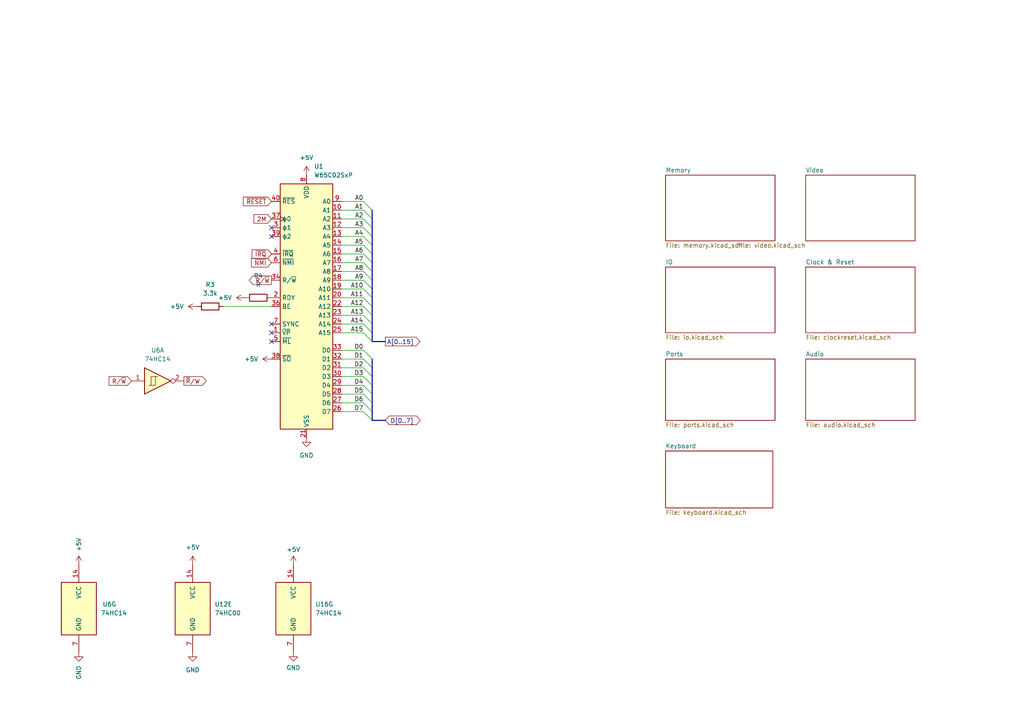
<source format=kicad_sch>
(kicad_sch (version 20230121) (generator eeschema)
  (paper "A4")
  (title_block (title "ʕ·ᴥ·ʔ-GEORGE"))
  (lib_symbols
    (symbol "65xx-library:W65C02SxP"
      (property "Reference" "U" (at 2.54 40.64 0))
      (property "Value" "W65C02SxP" (at 2.54 38.1 0))
      (symbol "W65C02SxP_0_1"
        (rectangle (start -7.62 35.56) (end 7.62 -35.56) (stroke (width 0.254)) (fill (type background)))
      )
      (symbol "W65C02SxP_1_1"
        (pin output line (at -10.16 -7.62 0) (length 2.54) (name "~{VP}") (number "1"))
        (pin tri_state line (at 10.16 27.94 180) (length 2.54) (name "A1") (number "10"))
        (pin tri_state line (at 10.16 25.4 180) (length 2.54) (name "A2") (number "11"))
        (pin tri_state line (at 10.16 22.86 180) (length 2.54) (name "A3") (number "12"))
        (pin tri_state line (at 10.16 20.32 180) (length 2.54) (name "A4") (number "13"))
        (pin tri_state line (at 10.16 17.78 180) (length 2.54) (name "A5") (number "14"))
        (pin tri_state line (at 10.16 15.24 180) (length 2.54) (name "A6") (number "15"))
        (pin tri_state line (at 10.16 12.7 180) (length 2.54) (name "A7") (number "16"))
        (pin tri_state line (at 10.16 10.16 180) (length 2.54) (name "A8") (number "17"))
        (pin tri_state line (at 10.16 7.62 180) (length 2.54) (name "A9") (number "18"))
        (pin tri_state line (at 10.16 5.08 180) (length 2.54) (name "A10") (number "19"))
        (pin open_collector line (at -10.16 2.54 0) (length 2.54) (name "RDY") (number "2"))
        (pin tri_state line (at 10.16 2.54 180) (length 2.54) (name "A11") (number "20"))
        (pin power_in line (at 0 -38.1 90) (length 2.54) (name "VSS") (number "21"))
        (pin tri_state line (at 10.16 0 180) (length 2.54) (name "A12") (number "22"))
        (pin tri_state line (at 10.16 -2.54 180) (length 2.54) (name "A13") (number "23"))
        (pin tri_state line (at 10.16 -5.08 180) (length 2.54) (name "A14") (number "24"))
        (pin tri_state line (at 10.16 -7.62 180) (length 2.54) (name "A15") (number "25"))
        (pin bidirectional line (at 10.16 -30.48 180) (length 2.54) (name "D7") (number "26"))
        (pin bidirectional line (at 10.16 -27.94 180) (length 2.54) (name "D6") (number "27"))
        (pin bidirectional line (at 10.16 -25.4 180) (length 2.54) (name "D5") (number "28"))
        (pin bidirectional line (at 10.16 -22.86 180) (length 2.54) (name "D4") (number "29"))
        (pin output line (at -10.16 22.86 0) (length 2.54) (name "ϕ1") (number "3"))
        (pin bidirectional line (at 10.16 -20.32 180) (length 2.54) (name "D3") (number "30"))
        (pin bidirectional line (at 10.16 -17.78 180) (length 2.54) (name "D2") (number "31"))
        (pin bidirectional line (at 10.16 -15.24 180) (length 2.54) (name "D1") (number "32"))
        (pin bidirectional line (at 10.16 -12.7 180) (length 2.54) (name "D0") (number "33"))
        (pin tri_state line (at -10.16 7.62 0) (length 2.54) (name "R/~{W}") (number "34"))
        (pin no_connect non_logic (at -7.62 -30.48 0) (length 2.54) hide (name "nc") (number "35"))
        (pin input line (at -10.16 0 0) (length 2.54) (name "BE") (number "36"))
        (pin input clock (at -10.16 25.4 0) (length 2.54) (name "ϕ0") (number "37"))
        (pin input line (at -10.16 -15.24 0) (length 2.54) (name "~{SO}") (number "38"))
        (pin output line (at -10.16 20.32 0) (length 2.54) (name "ϕ2") (number "39"))
        (pin input line (at -10.16 15.24 0) (length 2.54) (name "~{IRQ}") (number "4"))
        (pin input line (at -10.16 30.48 0) (length 2.54) (name "~{RES}") (number "40"))
        (pin output line (at -10.16 -10.16 0) (length 2.54) (name "~{ML}") (number "5"))
        (pin input line (at -10.16 12.7 0) (length 2.54) (name "~{NMI}") (number "6"))
        (pin output line (at -10.16 -5.08 0) (length 2.54) (name "SYNC") (number "7"))
        (pin power_in line (at 0 38.1 270) (length 2.54) (name "VDD") (number "8"))
        (pin tri_state line (at 10.16 30.48 180) (length 2.54) (name "A0") (number "9"))
      )
    )
    (symbol "74xx:74HC00" (pin_names (offset 1.016))
      (property "Reference" "U" (at 0 1.27 0))
      (property "Value" "74HC00" (at 0 -1.27 0))
      (symbol "74HC00_1_1"
        (arc (start 0 -3.81) (mid 3.7934 0) (end 0 3.81) (stroke (width 0.254)) (fill (type background)))
        (polyline (pts (xy 0 3.81) (xy -3.81 3.81) (xy -3.81 -3.81) (xy 0 -3.81)) (stroke (width 0.254)) (fill (type background)))
        (pin input line (at -7.62 2.54 0) (length 3.81) (name "~") (number "1"))
        (pin input line (at -7.62 -2.54 0) (length 3.81) (name "~") (number "2"))
        (pin output inverted (at 7.62 0 180) (length 3.81) (name "~") (number "3"))
      )
      (symbol "74HC00_1_2"
        (arc (start -3.81 -3.81) (mid -2.589 0) (end -3.81 3.81) (stroke (width 0.254)))
        (arc (start -0.6096 -3.81) (mid 2.1842 -2.5851) (end 3.81 0) (stroke (width 0.254)) (fill (type background)))
        (polyline (pts (xy -3.81 -3.81) (xy -0.635 -3.81)) (stroke (width 0.254)) (fill (type background)))
        (polyline (pts (xy -3.81 3.81) (xy -0.635 3.81)) (stroke (width 0.254)) (fill (type background)))
        (polyline (pts (xy -0.635 3.81) (xy -3.81 3.81) (xy -3.81 3.81) (xy -3.556 3.4036) (xy -3.0226 2.2606) (xy -2.6924 1.0414) (xy -2.6162 -0.254) (xy -2.7686 -1.4986) (xy -3.175 -2.7178) (xy -3.81 -3.81) (xy -3.81 -3.81) (xy -0.635 -3.81)) (stroke (width -25.4)) (fill (type background)))
        (arc (start 3.81 0) (mid 2.1915 2.5936) (end -0.6096 3.81) (stroke (width 0.254)) (fill (type background)))
        (pin input inverted (at -7.62 2.54 0) (length 4.318) (name "~") (number "1"))
        (pin input inverted (at -7.62 -2.54 0) (length 4.318) (name "~") (number "2"))
        (pin output line (at 7.62 0 180) (length 3.81) (name "~") (number "3"))
      )
      (symbol "74HC00_2_1"
        (arc (start 0 -3.81) (mid 3.7934 0) (end 0 3.81) (stroke (width 0.254)) (fill (type background)))
        (polyline (pts (xy 0 3.81) (xy -3.81 3.81) (xy -3.81 -3.81) (xy 0 -3.81)) (stroke (width 0.254)) (fill (type background)))
        (pin input line (at -7.62 2.54 0) (length 3.81) (name "~") (number "4"))
        (pin input line (at -7.62 -2.54 0) (length 3.81) (name "~") (number "5"))
        (pin output inverted (at 7.62 0 180) (length 3.81) (name "~") (number "6"))
      )
      (symbol "74HC00_2_2"
        (arc (start -3.81 -3.81) (mid -2.589 0) (end -3.81 3.81) (stroke (width 0.254)))
        (arc (start -0.6096 -3.81) (mid 2.1842 -2.5851) (end 3.81 0) (stroke (width 0.254)) (fill (type background)))
        (polyline (pts (xy -3.81 -3.81) (xy -0.635 -3.81)) (stroke (width 0.254)) (fill (type background)))
        (polyline (pts (xy -3.81 3.81) (xy -0.635 3.81)) (stroke (width 0.254)) (fill (type background)))
        (polyline (pts (xy -0.635 3.81) (xy -3.81 3.81) (xy -3.81 3.81) (xy -3.556 3.4036) (xy -3.0226 2.2606) (xy -2.6924 1.0414) (xy -2.6162 -0.254) (xy -2.7686 -1.4986) (xy -3.175 -2.7178) (xy -3.81 -3.81) (xy -3.81 -3.81) (xy -0.635 -3.81)) (stroke (width -25.4)) (fill (type background)))
        (arc (start 3.81 0) (mid 2.1915 2.5936) (end -0.6096 3.81) (stroke (width 0.254)) (fill (type background)))
        (pin input inverted (at -7.62 2.54 0) (length 4.318) (name "~") (number "4"))
        (pin input inverted (at -7.62 -2.54 0) (length 4.318) (name "~") (number "5"))
        (pin output line (at 7.62 0 180) (length 3.81) (name "~") (number "6"))
      )
      (symbol "74HC00_3_1"
        (arc (start 0 -3.81) (mid 3.7934 0) (end 0 3.81) (stroke (width 0.254)) (fill (type background)))
        (polyline (pts (xy 0 3.81) (xy -3.81 3.81) (xy -3.81 -3.81) (xy 0 -3.81)) (stroke (width 0.254)) (fill (type background)))
        (pin input line (at -7.62 -2.54 0) (length 3.81) (name "~") (number "10"))
        (pin output inverted (at 7.62 0 180) (length 3.81) (name "~") (number "8"))
        (pin input line (at -7.62 2.54 0) (length 3.81) (name "~") (number "9"))
      )
      (symbol "74HC00_3_2"
        (arc (start -3.81 -3.81) (mid -2.589 0) (end -3.81 3.81) (stroke (width 0.254)))
        (arc (start -0.6096 -3.81) (mid 2.1842 -2.5851) (end 3.81 0) (stroke (width 0.254)) (fill (type background)))
        (polyline (pts (xy -3.81 -3.81) (xy -0.635 -3.81)) (stroke (width 0.254)) (fill (type background)))
        (polyline (pts (xy -3.81 3.81) (xy -0.635 3.81)) (stroke (width 0.254)) (fill (type background)))
        (polyline (pts (xy -0.635 3.81) (xy -3.81 3.81) (xy -3.81 3.81) (xy -3.556 3.4036) (xy -3.0226 2.2606) (xy -2.6924 1.0414) (xy -2.6162 -0.254) (xy -2.7686 -1.4986) (xy -3.175 -2.7178) (xy -3.81 -3.81) (xy -3.81 -3.81) (xy -0.635 -3.81)) (stroke (width -25.4)) (fill (type background)))
        (arc (start 3.81 0) (mid 2.1915 2.5936) (end -0.6096 3.81) (stroke (width 0.254)) (fill (type background)))
        (pin input inverted (at -7.62 -2.54 0) (length 4.318) (name "~") (number "10"))
        (pin output line (at 7.62 0 180) (length 3.81) (name "~") (number "8"))
        (pin input inverted (at -7.62 2.54 0) (length 4.318) (name "~") (number "9"))
      )
      (symbol "74HC00_4_1"
        (arc (start 0 -3.81) (mid 3.7934 0) (end 0 3.81) (stroke (width 0.254)) (fill (type background)))
        (polyline (pts (xy 0 3.81) (xy -3.81 3.81) (xy -3.81 -3.81) (xy 0 -3.81)) (stroke (width 0.254)) (fill (type background)))
        (pin output inverted (at 7.62 0 180) (length 3.81) (name "~") (number "11"))
        (pin input line (at -7.62 2.54 0) (length 3.81) (name "~") (number "12"))
        (pin input line (at -7.62 -2.54 0) (length 3.81) (name "~") (number "13"))
      )
      (symbol "74HC00_4_2"
        (arc (start -3.81 -3.81) (mid -2.589 0) (end -3.81 3.81) (stroke (width 0.254)))
        (arc (start -0.6096 -3.81) (mid 2.1842 -2.5851) (end 3.81 0) (stroke (width 0.254)) (fill (type background)))
        (polyline (pts (xy -3.81 -3.81) (xy -0.635 -3.81)) (stroke (width 0.254)) (fill (type background)))
        (polyline (pts (xy -3.81 3.81) (xy -0.635 3.81)) (stroke (width 0.254)) (fill (type background)))
        (polyline (pts (xy -0.635 3.81) (xy -3.81 3.81) (xy -3.81 3.81) (xy -3.556 3.4036) (xy -3.0226 2.2606) (xy -2.6924 1.0414) (xy -2.6162 -0.254) (xy -2.7686 -1.4986) (xy -3.175 -2.7178) (xy -3.81 -3.81) (xy -3.81 -3.81) (xy -0.635 -3.81)) (stroke (width -25.4)) (fill (type background)))
        (arc (start 3.81 0) (mid 2.1915 2.5936) (end -0.6096 3.81) (stroke (width 0.254)) (fill (type background)))
        (pin output line (at 7.62 0 180) (length 3.81) (name "~") (number "11"))
        (pin input inverted (at -7.62 2.54 0) (length 4.318) (name "~") (number "12"))
        (pin input inverted (at -7.62 -2.54 0) (length 4.318) (name "~") (number "13"))
      )
      (symbol "74HC00_5_0"
        (pin power_in line (at 0 12.7 270) (length 5.08) (name "VCC") (number "14"))
        (pin power_in line (at 0 -12.7 90) (length 5.08) (name "GND") (number "7"))
      )
      (symbol "74HC00_5_1"
        (rectangle (start -5.08 7.62) (end 5.08 -7.62) (stroke (width 0.254)) (fill (type background)))
      )
    )
    (symbol "74xx:74HC14" (pin_names (offset 1.016))
      (property "Reference" "U" (at 0 1.27 0))
      (property "Value" "74HC14" (at 0 -1.27 0))
      (symbol "74HC14_1_0"
        (polyline (pts (xy -3.81 3.81) (xy -3.81 -3.81) (xy 3.81 0) (xy -3.81 3.81)) (stroke (width 0.254)) (fill (type background)))
        (pin input line (at -7.62 0 0) (length 3.81) (name "~") (number "1"))
        (pin output inverted (at 7.62 0 180) (length 3.81) (name "~") (number "2"))
      )
      (symbol "74HC14_1_1"
        (polyline (pts (xy -1.905 -1.27) (xy -1.905 1.27) (xy -0.635 1.27)))
        (polyline (pts (xy -2.54 -1.27) (xy -0.635 -1.27) (xy -0.635 1.27) (xy 0 1.27)))
      )
      (symbol "74HC14_2_0"
        (polyline (pts (xy -3.81 3.81) (xy -3.81 -3.81) (xy 3.81 0) (xy -3.81 3.81)) (stroke (width 0.254)) (fill (type background)))
        (pin input line (at -7.62 0 0) (length 3.81) (name "~") (number "3"))
        (pin output inverted (at 7.62 0 180) (length 3.81) (name "~") (number "4"))
      )
      (symbol "74HC14_2_1"
        (polyline (pts (xy -1.905 -1.27) (xy -1.905 1.27) (xy -0.635 1.27)))
        (polyline (pts (xy -2.54 -1.27) (xy -0.635 -1.27) (xy -0.635 1.27) (xy 0 1.27)))
      )
      (symbol "74HC14_3_0"
        (polyline (pts (xy -3.81 3.81) (xy -3.81 -3.81) (xy 3.81 0) (xy -3.81 3.81)) (stroke (width 0.254)) (fill (type background)))
        (pin input line (at -7.62 0 0) (length 3.81) (name "~") (number "5"))
        (pin output inverted (at 7.62 0 180) (length 3.81) (name "~") (number "6"))
      )
      (symbol "74HC14_3_1"
        (polyline (pts (xy -1.905 -1.27) (xy -1.905 1.27) (xy -0.635 1.27)))
        (polyline (pts (xy -2.54 -1.27) (xy -0.635 -1.27) (xy -0.635 1.27) (xy 0 1.27)))
      )
      (symbol "74HC14_4_0"
        (polyline (pts (xy -3.81 3.81) (xy -3.81 -3.81) (xy 3.81 0) (xy -3.81 3.81)) (stroke (width 0.254)) (fill (type background)))
        (pin output inverted (at 7.62 0 180) (length 3.81) (name "~") (number "8"))
        (pin input line (at -7.62 0 0) (length 3.81) (name "~") (number "9"))
      )
      (symbol "74HC14_4_1"
        (polyline (pts (xy -1.905 -1.27) (xy -1.905 1.27) (xy -0.635 1.27)))
        (polyline (pts (xy -2.54 -1.27) (xy -0.635 -1.27) (xy -0.635 1.27) (xy 0 1.27)))
      )
      (symbol "74HC14_5_0"
        (polyline (pts (xy -3.81 3.81) (xy -3.81 -3.81) (xy 3.81 0) (xy -3.81 3.81)) (stroke (width 0.254)) (fill (type background)))
        (pin output inverted (at 7.62 0 180) (length 3.81) (name "~") (number "10"))
        (pin input line (at -7.62 0 0) (length 3.81) (name "~") (number "11"))
      )
      (symbol "74HC14_5_1"
        (polyline (pts (xy -1.905 -1.27) (xy -1.905 1.27) (xy -0.635 1.27)))
        (polyline (pts (xy -2.54 -1.27) (xy -0.635 -1.27) (xy -0.635 1.27) (xy 0 1.27)))
      )
      (symbol "74HC14_6_0"
        (polyline (pts (xy -3.81 3.81) (xy -3.81 -3.81) (xy 3.81 0) (xy -3.81 3.81)) (stroke (width 0.254)) (fill (type background)))
        (pin output inverted (at 7.62 0 180) (length 3.81) (name "~") (number "12"))
        (pin input line (at -7.62 0 0) (length 3.81) (name "~") (number "13"))
      )
      (symbol "74HC14_6_1"
        (polyline (pts (xy -1.905 -1.27) (xy -1.905 1.27) (xy -0.635 1.27)))
        (polyline (pts (xy -2.54 -1.27) (xy -0.635 -1.27) (xy -0.635 1.27) (xy 0 1.27)))
      )
      (symbol "74HC14_7_0"
        (pin power_in line (at 0 12.7 270) (length 5.08) (name "VCC") (number "14"))
        (pin power_in line (at 0 -12.7 90) (length 5.08) (name "GND") (number "7"))
      )
      (symbol "74HC14_7_1"
        (rectangle (start -5.08 7.62) (end 5.08 -7.62) (stroke (width 0.254)) (fill (type background)))
      )
    )
    (symbol "kitty:R" (pin_numbers hide) (pin_names (offset 0))
      (property "Reference" "R" (at 2.032 0 90))
      (property "Value" "R" (at 0 0 90))
      (symbol "R_0_1"
        (rectangle (start -1.016 -2.54) (end 1.016 2.54) (stroke (width 0.254)))
      )
      (symbol "R_1_1"
        (pin passive line (at 0 3.81 270) (length 1.27) (name "~") (number "1"))
        (pin passive line (at 0 -3.81 90) (length 1.27) (name "~") (number "2"))
      )
    )
    (symbol "power:+5V" (power) (pin_names (offset 0))
      (property "Value" "+5V" (at 0 3.556 0))
      (symbol "+5V_0_1"
        (polyline (pts (xy -0.762 1.27) (xy 0 2.54)))
        (polyline (pts (xy 0 0) (xy 0 2.54)))
        (polyline (pts (xy 0 2.54) (xy 0.762 1.27)))
      )
      (symbol "+5V_1_1"
        (pin power_in line (at 0 0 90) (length 0) hide (name "+5V") (number "1"))
      )
    )
    (symbol "power:GND" (power) (pin_names (offset 0))
      (property "Value" "GND" (at 0 -3.81 0))
      (symbol "GND_0_1"
        (polyline (pts (xy 0 0) (xy 0 -1.27) (xy 1.27 -1.27) (xy 0 -2.54) (xy -1.27 -1.27) (xy 0 -1.27)))
      )
      (symbol "GND_1_1"
        (pin power_in line (at 0 0 270) (length 0) hide (name "GND") (number "1"))
      )
    )
  )
  (no_connect (at 78.74 96.52))
  (no_connect (at 78.74 68.58))
  (no_connect (at 78.74 93.98))
  (no_connect (at 78.74 99.06))
  (no_connect (at 78.74 66.04))
  (bus_entry (at 107.95 106.68) (size -2.54 -2.54))
  (bus_entry (at 107.95 96.52) (size -2.54 -2.54))
  (bus_entry (at 107.95 63.5) (size -2.54 -2.54))
  (bus_entry (at 107.95 71.12) (size -2.54 -2.54))
  (bus_entry (at 107.95 78.74) (size -2.54 -2.54))
  (bus_entry (at 107.95 91.44) (size -2.54 -2.54))
  (bus_entry (at 107.95 99.06) (size -2.54 -2.54))
  (bus_entry (at 107.95 109.22) (size -2.54 -2.54))
  (bus_entry (at 107.95 116.84) (size -2.54 -2.54))
  (bus_entry (at 107.95 66.04) (size -2.54 -2.54))
  (bus_entry (at 107.95 76.2) (size -2.54 -2.54))
  (bus_entry (at 107.95 104.14) (size -2.54 -2.54))
  (bus_entry (at 107.95 73.66) (size -2.54 -2.54))
  (bus_entry (at 107.95 93.98) (size -2.54 -2.54))
  (bus_entry (at 107.95 68.58) (size -2.54 -2.54))
  (bus_entry (at 107.95 60.96) (size -2.54 -2.54))
  (bus_entry (at 107.95 81.28) (size -2.54 -2.54))
  (bus_entry (at 107.95 83.82) (size -2.54 -2.54))
  (bus_entry (at 107.95 111.76) (size -2.54 -2.54))
  (bus_entry (at 107.95 86.36) (size -2.54 -2.54))
  (bus_entry (at 107.95 119.38) (size -2.54 -2.54))
  (bus_entry (at 107.95 114.3) (size -2.54 -2.54))
  (bus_entry (at 107.95 121.92) (size -2.54 -2.54))
  (bus_entry (at 107.95 88.9) (size -2.54 -2.54))
  (bus (pts (xy 107.95 66.04) (xy 107.95 68.58)))
  (bus (pts (xy 107.95 111.76) (xy 107.95 114.3)))
  (wire (pts (xy 64.77 88.9) (xy 78.74 88.9)))
  (bus (pts (xy 107.95 60.96) (xy 107.95 63.5)))
  (wire (pts (xy 99.06 71.12) (xy 105.41 71.12)))
  (wire (pts (xy 99.06 58.42) (xy 105.41 58.42)))
  (bus (pts (xy 107.95 86.36) (xy 107.95 88.9)))
  (wire (pts (xy 99.06 91.44) (xy 105.41 91.44)))
  (wire (pts (xy 99.06 73.66) (xy 105.41 73.66)))
  (wire (pts (xy 99.06 88.9) (xy 105.41 88.9)))
  (bus (pts (xy 107.95 109.22) (xy 107.95 111.76)))
  (wire (pts (xy 99.06 83.82) (xy 105.41 83.82)))
  (bus (pts (xy 107.95 121.92) (xy 111.76 121.92)))
  (bus (pts (xy 107.95 63.5) (xy 107.95 66.04)))
  (wire (pts (xy 99.06 81.28) (xy 105.41 81.28)))
  (bus (pts (xy 107.95 71.12) (xy 107.95 73.66)))
  (bus (pts (xy 107.95 88.9) (xy 107.95 91.44)))
  (bus (pts (xy 107.95 91.44) (xy 107.95 93.98)))
  (wire (pts (xy 99.06 68.58) (xy 105.41 68.58)))
  (wire (pts (xy 99.06 86.36) (xy 105.41 86.36)))
  (bus (pts (xy 107.95 114.3) (xy 107.95 116.84)))
  (wire (pts (xy 99.06 96.52) (xy 105.41 96.52)))
  (wire (pts (xy 99.06 76.2) (xy 105.41 76.2)))
  (bus (pts (xy 107.95 81.28) (xy 107.95 83.82)))
  (wire (pts (xy 99.06 114.3) (xy 105.41 114.3)))
  (bus (pts (xy 107.95 83.82) (xy 107.95 86.36)))
  (bus (pts (xy 107.95 96.52) (xy 107.95 99.06)))
  (wire (pts (xy 99.06 109.22) (xy 105.41 109.22)))
  (bus (pts (xy 107.95 78.74) (xy 107.95 81.28)))
  (bus (pts (xy 107.95 73.66) (xy 107.95 76.2)))
  (wire (pts (xy 99.06 60.96) (xy 105.41 60.96)))
  (wire (pts (xy 99.06 66.04) (xy 105.41 66.04)))
  (bus (pts (xy 107.95 119.38) (xy 107.95 121.92)))
  (wire (pts (xy 99.06 119.38) (xy 105.41 119.38)))
  (wire (pts (xy 99.06 78.74) (xy 105.41 78.74)))
  (bus (pts (xy 107.95 76.2) (xy 107.95 78.74)))
  (wire (pts (xy 99.06 63.5) (xy 105.41 63.5)))
  (wire (pts (xy 99.06 104.14) (xy 105.41 104.14)))
  (bus (pts (xy 107.95 104.14) (xy 107.95 106.68)))
  (bus (pts (xy 107.95 99.06) (xy 111.76 99.06)))
  (wire (pts (xy 99.06 106.68) (xy 105.41 106.68)))
  (bus (pts (xy 107.95 116.84) (xy 107.95 119.38)))
  (bus (pts (xy 107.95 68.58) (xy 107.95 71.12)))
  (bus (pts (xy 107.95 106.68) (xy 107.95 109.22)))
  (wire (pts (xy 99.06 93.98) (xy 105.41 93.98)))
  (wire (pts (xy 99.06 111.76) (xy 105.41 111.76)))
  (wire (pts (xy 99.06 116.84) (xy 105.41 116.84)))
  (bus (pts (xy 107.95 93.98) (xy 107.95 96.52)))
  (wire (pts (xy 99.06 101.6) (xy 105.41 101.6)))
  (label "A4" (at 105.41 68.58 180))
  (label "D2" (at 105.41 106.68 180))
  (label "A8" (at 105.41 78.74 180))
  (label "A14" (at 105.41 93.98 180))
  (label "D7" (at 105.41 119.38 180))
  (label "A11" (at 105.41 86.36 180))
  (label "A0" (at 105.41 58.42 180))
  (label "A13" (at 105.41 91.44 180))
  (label "A7" (at 105.41 76.2 180))
  (label "D3" (at 105.41 109.22 180))
  (label "A12" (at 105.41 88.9 180))
  (label "D0" (at 105.41 101.6 180))
  (label "D4" (at 105.41 111.76 180))
  (label "A10" (at 105.41 83.82 180))
  (label "A15" (at 105.41 96.52 180))
  (label "D6" (at 105.41 116.84 180))
  (label "A9" (at 105.41 81.28 180))
  (label "A1" (at 105.41 60.96 180))
  (label "A3" (at 105.41 66.04 180))
  (label "A2" (at 105.41 63.5 180))
  (label "D5" (at 105.41 114.3 180))
  (label "D1" (at 105.41 104.14 180))
  (label "A6" (at 105.41 73.66 180))
  (label "A5" (at 105.41 71.12 180))
  (global_label "~{IRQ}" (shape input) (at 78.74 73.66 180) (property "Intersheetrefs" "${INTERSHEET_REFS}" (effects hide)))
  (global_label "2M" (shape input) (at 78.74 63.5 180) (property "Intersheetrefs" "${INTERSHEET_REFS}" (effects hide)))
  (global_label "R{slash}~{W}" (shape input) (at 38.1 110.49 180) (property "Intersheetrefs" "${INTERSHEET_REFS}" (effects hide)))
  (global_label "~{RESET}" (shape input) (at 78.74 58.42 180) (property "Intersheetrefs" "${INTERSHEET_REFS}" (effects hide)))
  (global_label "~{R}{slash}W" (shape output) (at 53.34 110.49 0) (property "Intersheetrefs" "${INTERSHEET_REFS}" (effects hide)))
  (global_label "D[0..7]" (shape bidirectional) (at 111.76 121.92 0) (property "Intersheetrefs" "${INTERSHEET_REFS}" (effects hide)))
  (global_label "A[0..15]" (shape output) (at 111.76 99.06 0) (property "Intersheetrefs" "${INTERSHEET_REFS}" (effects hide)))
  (global_label "~{NMI}" (shape input) (at 78.74 76.2 180) (property "Intersheetrefs" "${INTERSHEET_REFS}" (effects hide)))
  (global_label "R{slash}~{W}" (shape output) (at 78.74 81.28 180) (property "Intersheetrefs" "${INTERSHEET_REFS}" (effects hide)))
  (symbol (lib_id "power:+5V") (at 22.86 163.83 0) (unit 1)
    (property "Reference" "#PWR013" (effects hide))
    (property "Value" "+5V" (at 22.86 160.02 90) (effects (justify left)))
  )
  (symbol (lib_id "74xx:74HC14") (at 45.72 110.49 0) (unit 1)
    (property "Reference" "U6" (at 45.72 101.6 0))
    (property "Value" "74HC14" (at 45.72 104.14 0))
    (property "Datasheet" "http://www.ti.com/lit/gpn/sn74HC14" (effects hide))
  )
  (symbol (lib_id "power:+5V") (at 85.09 163.83 0) (unit 1)
    (property "Reference" "#PWR035" (effects hide))
    (property "Value" "+5V" (at 85.09 159.385 0))
  )
  (symbol (lib_id "power:GND") (at 85.09 189.23 0) (unit 1)
    (property "Reference" "#PWR036" (effects hide))
    (property "Value" "GND" (at 85.09 193.675 0))
  )
  (symbol (lib_id "power:+5V") (at 57.15 88.9 90) (unit 1)
    (property "Reference" "#PWR023" (effects hide))
    (property "Value" "+5V" (at 53.34 88.9 90) (effects (justify left)))
  )
  (symbol (lib_id "power:+5V") (at 71.12 86.36 90) (unit 1)
    (property "Reference" "#PWR025" (effects hide))
    (property "Value" "+5V" (at 67.31 86.36 90) (effects (justify left)))
  )
  (symbol (lib_id "power:+5V") (at 88.9 50.8 0) (unit 1)
    (property "Reference" "#PWR08" (effects hide))
    (property "Value" "+5V" (at 88.9 45.72 0))
  )
  (symbol (lib_id "power:GND") (at 22.86 189.23 0) (unit 1)
    (property "Reference" "#PWR014" (effects hide))
    (property "Value" "GND" (at 22.86 193.04 90) (effects (justify right)))
  )
  (symbol (lib_id "power:GND") (at 55.88 189.23 0) (unit 1)
    (property "Reference" "#PWR022" (effects hide))
    (property "Value" "GND" (at 55.88 194.31 0))
  )
  (symbol (lib_id "65xx-library:W65C02SxP") (at 88.9 88.9 0) (unit 1)
    (property "Reference" "U1" (at 91.0941 48.26 0) (effects (justify left)))
    (property "Value" "W65C02SxP" (at 91.0941 50.8 0) (effects (justify left)))
    (property "Footprint" "Package_LCC:PLCC-44_THT-Socket" (effects hide))
    (property "Datasheet" "http://www.westerndesigncenter.com/wdc/documentation/w65c02s.pdf" (effects hide))
  )
  (symbol (lib_id "power:GND") (at 88.9 127 0) (unit 1)
    (property "Reference" "#PWR09" (effects hide))
    (property "Value" "GND" (at 88.9 132.08 0))
  )
  (symbol (lib_id "kitty:R") (at 74.93 86.36 90) (unit 1)
    (property "Reference" "R4" (at 74.93 80.01 90))
    (property "Value" "R" (at 74.93 82.55 90))
  )
  (symbol (lib_id "power:+5V") (at 78.74 104.14 90) (unit 1)
    (property "Reference" "#PWR024" (effects hide))
    (property "Value" "+5V" (at 74.93 104.14 90) (effects (justify left)))
  )
  (symbol (lib_id "74xx:74HC00") (at 55.88 176.53 0) (unit 5)
    (property "Reference" "U12" (at 62.23 175.26 0) (effects (justify left)))
    (property "Value" "74HC00" (at 62.23 177.8 0) (effects (justify left)))
    (property "Datasheet" "http://www.ti.com/lit/gpn/sn74hc00" (effects hide))
  )
  (symbol (lib_id "power:+5V") (at 55.88 163.83 0) (unit 1)
    (property "Reference" "#PWR021" (effects hide))
    (property "Value" "+5V" (at 55.88 158.75 0))
  )
  (symbol (lib_id "74xx:74HC14") (at 22.86 176.53 0) (unit 7)
    (property "Reference" "U6" (at 31.75 175.26 0))
    (property "Value" "74HC14" (at 33.02 177.8 0))
    (property "Datasheet" "http://www.ti.com/lit/gpn/sn74HC14" (effects hide))
  )
  (symbol (lib_id "74xx:74HC14") (at 85.09 176.53 0) (unit 7)
    (property "Reference" "U16" (at 91.44 175.26 0) (effects (justify left)))
    (property "Value" "74HC14" (at 91.44 177.8 0) (effects (justify left)))
    (property "Datasheet" "http://www.ti.com/lit/gpn/sn74HC14" (effects hide))
  )
  (symbol (lib_id "kitty:R") (at 60.96 88.9 90) (unit 1)
    (property "Reference" "R3" (at 60.96 82.55 90))
    (property "Value" "3.3k" (at 60.96 85.09 90))
  )
  (sheet (at 193.04 50.8) (size 31.75 19.05) (stroke (width 0.1524))
    (property "Sheetname" "Memory" (at 193.04 50.0884 0) (effects (justify left bottom)))
    (property "Sheetfile" "memory.kicad_sch" (at 193.04 70.4346 0) (effects (justify left top)))
  )
  (sheet (at 233.68 50.8) (size 31.75 19.05) (stroke (width 0.1524))
    (property "Sheetname" "Video" (at 233.68 50.0884 0) (effects (justify left bottom)))
    (property "Sheetfile" "video.kicad_sch" (at 233.68 70.4346 0) (effects (justify right top)))
  )
  (sheet (at 193.04 104.14) (size 31.75 17.78) (stroke (width 0.1524))
    (property "Sheetname" "Ports" (at 193.04 103.4284 0) (effects (justify left bottom)))
    (property "Sheetfile" "ports.kicad_sch" (at 193.04 122.5046 0) (effects (justify left top)))
  )
  (sheet (at 233.68 77.47) (size 31.75 19.05) (stroke (width 0.1524))
    (property "Sheetname" "Clock & Reset" (at 233.68 76.7584 0) (effects (justify left bottom)))
    (property "Sheetfile" "clockreset.kicad_sch" (at 233.68 97.1046 0) (effects (justify left top)))
  )
  (sheet (at 233.68 104.14) (size 31.75 17.78) (stroke (width 0.1524))
    (property "Sheetname" "Audio" (at 233.68 103.4284 0) (effects (justify left bottom)))
    (property "Sheetfile" "audio.kicad_sch" (at 233.68 122.5046 0) (effects (justify left top)))
  )
  (sheet (at 193.04 77.47) (size 31.75 19.05) (stroke (width 0.1524))
    (property "Sheetname" "IO" (at 193.04 76.7584 0) (effects (justify left bottom)))
    (property "Sheetfile" "io.kicad_sch" (at 193.04 97.1046 0) (effects (justify left top)))
  )
  (sheet (at 193.04 130.81) (size 31.115 16.51) (stroke (width 0.1524))
    (property "Sheetname" "Keyboard" (at 193.04 130.0984 0) (effects (justify left bottom)))
    (property "Sheetfile" "keyboard.kicad_sch" (at 193.04 147.9046 0) (effects (justify left top)))
  )
)
</source>
